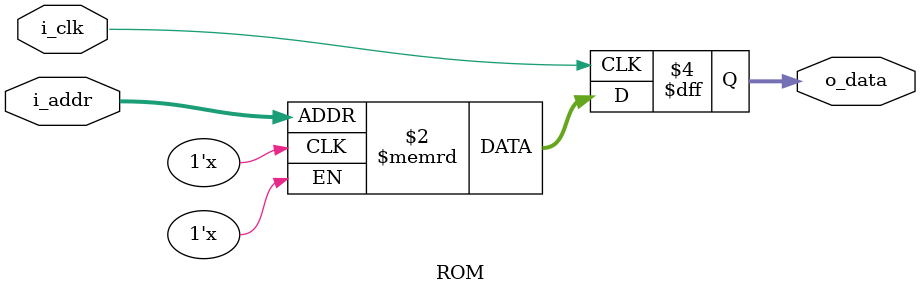
<source format=v>
module ROM #(
    parameter INIT_FILE  = "",
    parameter ADDR_WIDTH = 10,
    parameter DATA_WIDTH = 16
) (
    input i_clk,
    input [ADDR_WIDTH-1:0] i_addr,
    output reg [DATA_WIDTH-1:0] o_data
);
    reg [DATA_WIDTH-1:0] rom[0:(1 << ADDR_WIDTH)-1];

    always @(posedge i_clk) begin
        // read to memory
        o_data <= rom[i_addr];
    end

    // Initialize memory
    initial begin
        if (INIT_FILE) begin
            $readmemh(INIT_FILE, rom);
        end
    end
endmodule

</source>
